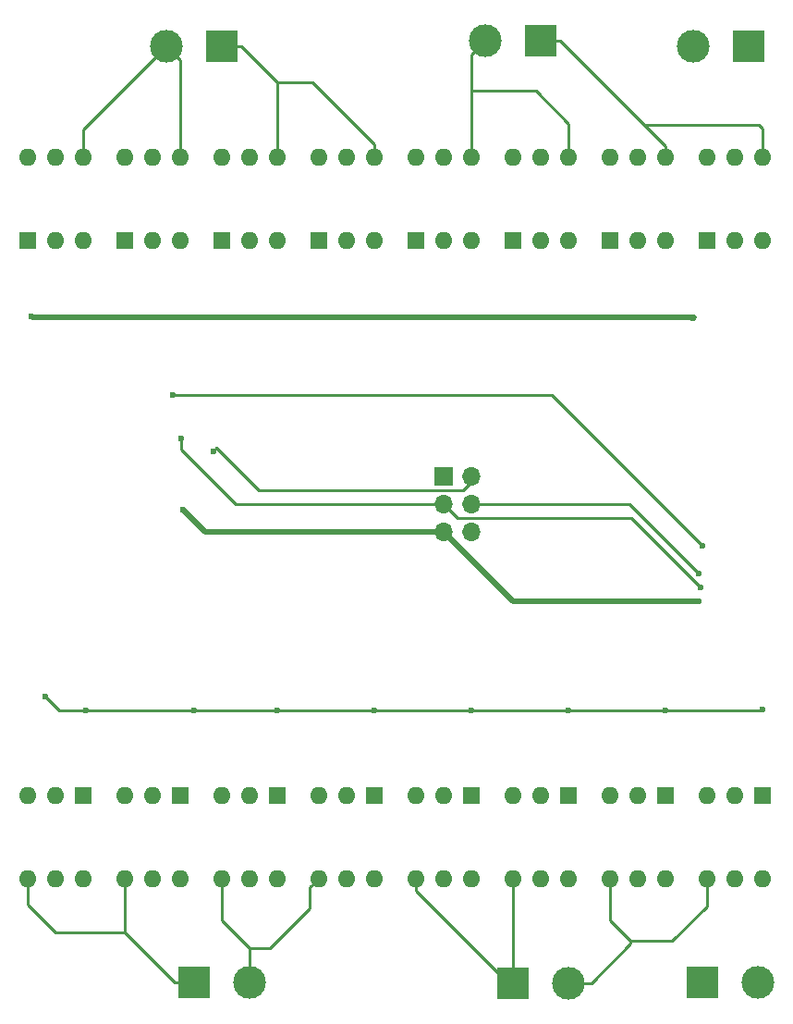
<source format=gbl>
G04 #@! TF.GenerationSoftware,KiCad,Pcbnew,5.0.2-bee76a0~70~ubuntu18.04.1*
G04 #@! TF.CreationDate,2018-12-21T13:31:27+01:00*
G04 #@! TF.ProjectId,8FilPilotes_Base,3846696c-5069-46c6-9f74-65735f426173,rev?*
G04 #@! TF.SameCoordinates,Original*
G04 #@! TF.FileFunction,Copper,L2,Bot*
G04 #@! TF.FilePolarity,Positive*
%FSLAX46Y46*%
G04 Gerber Fmt 4.6, Leading zero omitted, Abs format (unit mm)*
G04 Created by KiCad (PCBNEW 5.0.2-bee76a0~70~ubuntu18.04.1) date ven. 21 déc. 2018 13:31:27 CET*
%MOMM*%
%LPD*%
G01*
G04 APERTURE LIST*
G04 #@! TA.AperFunction,ComponentPad*
%ADD10R,3.000000X3.000000*%
G04 #@! TD*
G04 #@! TA.AperFunction,ComponentPad*
%ADD11C,3.000000*%
G04 #@! TD*
G04 #@! TA.AperFunction,ComponentPad*
%ADD12O,1.600000X1.600000*%
G04 #@! TD*
G04 #@! TA.AperFunction,ComponentPad*
%ADD13R,1.600000X1.600000*%
G04 #@! TD*
G04 #@! TA.AperFunction,ComponentPad*
%ADD14R,1.700000X1.700000*%
G04 #@! TD*
G04 #@! TA.AperFunction,ComponentPad*
%ADD15O,1.700000X1.700000*%
G04 #@! TD*
G04 #@! TA.AperFunction,ViaPad*
%ADD16C,0.600000*%
G04 #@! TD*
G04 #@! TA.AperFunction,Conductor*
%ADD17C,0.250000*%
G04 #@! TD*
G04 #@! TA.AperFunction,Conductor*
%ADD18C,0.500000*%
G04 #@! TD*
G04 APERTURE END LIST*
D10*
G04 #@! TO.P,P9,1*
G04 #@! TO.N,/PH_IN*
X198120000Y-53340000D03*
D11*
G04 #@! TO.P,P9,2*
X193040000Y-53340000D03*
G04 #@! TD*
D10*
G04 #@! TO.P,P7,1*
G04 #@! TO.N,/FP5*
X147320000Y-139065000D03*
D11*
G04 #@! TO.P,P7,2*
G04 #@! TO.N,/FP6*
X152400000Y-139065000D03*
G04 #@! TD*
D12*
G04 #@! TO.P,U15,6*
G04 #@! TO.N,Net-(D11-Pad1)*
X154940000Y-129540000D03*
G04 #@! TO.P,U15,3*
G04 #@! TO.N,N/C*
X149860000Y-121920000D03*
G04 #@! TO.P,U15,5*
X152400000Y-129540000D03*
G04 #@! TO.P,U15,2*
G04 #@! TO.N,Net-(D27-Pad2)*
X152400000Y-121920000D03*
G04 #@! TO.P,U15,4*
G04 #@! TO.N,/FP6*
X149860000Y-129540000D03*
D13*
G04 #@! TO.P,U15,1*
G04 #@! TO.N,Net-(R11-Pad1)*
X154940000Y-121920000D03*
G04 #@! TD*
G04 #@! TO.P,U16,1*
G04 #@! TO.N,Net-(R12-Pad1)*
X163830000Y-121920000D03*
D12*
G04 #@! TO.P,U16,4*
G04 #@! TO.N,/FP6*
X158750000Y-129540000D03*
G04 #@! TO.P,U16,2*
G04 #@! TO.N,Net-(D28-Pad2)*
X161290000Y-121920000D03*
G04 #@! TO.P,U16,5*
G04 #@! TO.N,N/C*
X161290000Y-129540000D03*
G04 #@! TO.P,U16,3*
X158750000Y-121920000D03*
G04 #@! TO.P,U16,6*
G04 #@! TO.N,Net-(D12-Pad2)*
X163830000Y-129540000D03*
G04 #@! TD*
G04 #@! TO.P,U17,6*
G04 #@! TO.N,Net-(D13-Pad1)*
X172720000Y-129540000D03*
G04 #@! TO.P,U17,3*
G04 #@! TO.N,N/C*
X167640000Y-121920000D03*
G04 #@! TO.P,U17,5*
X170180000Y-129540000D03*
G04 #@! TO.P,U17,2*
G04 #@! TO.N,Net-(D29-Pad2)*
X170180000Y-121920000D03*
G04 #@! TO.P,U17,4*
G04 #@! TO.N,/FP7*
X167640000Y-129540000D03*
D13*
G04 #@! TO.P,U17,1*
G04 #@! TO.N,Net-(R13-Pad1)*
X172720000Y-121920000D03*
G04 #@! TD*
G04 #@! TO.P,U18,1*
G04 #@! TO.N,Net-(R14-Pad1)*
X181610000Y-121920000D03*
D12*
G04 #@! TO.P,U18,4*
G04 #@! TO.N,/FP7*
X176530000Y-129540000D03*
G04 #@! TO.P,U18,2*
G04 #@! TO.N,Net-(D30-Pad2)*
X179070000Y-121920000D03*
G04 #@! TO.P,U18,5*
G04 #@! TO.N,N/C*
X179070000Y-129540000D03*
G04 #@! TO.P,U18,3*
X176530000Y-121920000D03*
G04 #@! TO.P,U18,6*
G04 #@! TO.N,Net-(D14-Pad2)*
X181610000Y-129540000D03*
G04 #@! TD*
D13*
G04 #@! TO.P,U19,1*
G04 #@! TO.N,Net-(R15-Pad1)*
X190500000Y-121920000D03*
D12*
G04 #@! TO.P,U19,4*
G04 #@! TO.N,/FP8*
X185420000Y-129540000D03*
G04 #@! TO.P,U19,2*
G04 #@! TO.N,Net-(D31-Pad2)*
X187960000Y-121920000D03*
G04 #@! TO.P,U19,5*
G04 #@! TO.N,N/C*
X187960000Y-129540000D03*
G04 #@! TO.P,U19,3*
X185420000Y-121920000D03*
G04 #@! TO.P,U19,6*
G04 #@! TO.N,Net-(D15-Pad1)*
X190500000Y-129540000D03*
G04 #@! TD*
G04 #@! TO.P,U20,6*
G04 #@! TO.N,Net-(D16-Pad2)*
X199390000Y-129540000D03*
G04 #@! TO.P,U20,3*
G04 #@! TO.N,N/C*
X194310000Y-121920000D03*
G04 #@! TO.P,U20,5*
X196850000Y-129540000D03*
G04 #@! TO.P,U20,2*
G04 #@! TO.N,Net-(D32-Pad2)*
X196850000Y-121920000D03*
G04 #@! TO.P,U20,4*
G04 #@! TO.N,/FP8*
X194310000Y-129540000D03*
D13*
G04 #@! TO.P,U20,1*
G04 #@! TO.N,Net-(R16-Pad1)*
X199390000Y-121920000D03*
G04 #@! TD*
D12*
G04 #@! TO.P,U12,6*
G04 #@! TO.N,Net-(D8-Pad2)*
X132080000Y-63500000D03*
G04 #@! TO.P,U12,3*
G04 #@! TO.N,N/C*
X137160000Y-71120000D03*
G04 #@! TO.P,U12,5*
X134620000Y-63500000D03*
G04 #@! TO.P,U12,2*
G04 #@! TO.N,Net-(D24-Pad2)*
X134620000Y-71120000D03*
G04 #@! TO.P,U12,4*
G04 #@! TO.N,/FP4*
X137160000Y-63500000D03*
D13*
G04 #@! TO.P,U12,1*
G04 #@! TO.N,Net-(R8-Pad1)*
X132080000Y-71120000D03*
G04 #@! TD*
G04 #@! TO.P,U13,1*
G04 #@! TO.N,Net-(R9-Pad1)*
X137160000Y-121920000D03*
D12*
G04 #@! TO.P,U13,4*
G04 #@! TO.N,/FP5*
X132080000Y-129540000D03*
G04 #@! TO.P,U13,2*
G04 #@! TO.N,Net-(D25-Pad2)*
X134620000Y-121920000D03*
G04 #@! TO.P,U13,5*
G04 #@! TO.N,N/C*
X134620000Y-129540000D03*
G04 #@! TO.P,U13,3*
X132080000Y-121920000D03*
G04 #@! TO.P,U13,6*
G04 #@! TO.N,Net-(D9-Pad1)*
X137160000Y-129540000D03*
G04 #@! TD*
G04 #@! TO.P,U14,6*
G04 #@! TO.N,Net-(D10-Pad2)*
X146050000Y-129540000D03*
G04 #@! TO.P,U14,3*
G04 #@! TO.N,N/C*
X140970000Y-121920000D03*
G04 #@! TO.P,U14,5*
X143510000Y-129540000D03*
G04 #@! TO.P,U14,2*
G04 #@! TO.N,Net-(D26-Pad2)*
X143510000Y-121920000D03*
G04 #@! TO.P,U14,4*
G04 #@! TO.N,/FP5*
X140970000Y-129540000D03*
D13*
G04 #@! TO.P,U14,1*
G04 #@! TO.N,Net-(R10-Pad1)*
X146050000Y-121920000D03*
G04 #@! TD*
D11*
G04 #@! TO.P,P8,2*
G04 #@! TO.N,/FP8*
X181610000Y-139128500D03*
D10*
G04 #@! TO.P,P8,1*
G04 #@! TO.N,/FP7*
X176530000Y-139128500D03*
G04 #@! TD*
D12*
G04 #@! TO.P,U6,6*
G04 #@! TO.N,Net-(D2-Pad2)*
X185420000Y-63500000D03*
G04 #@! TO.P,U6,3*
G04 #@! TO.N,N/C*
X190500000Y-71120000D03*
G04 #@! TO.P,U6,5*
X187960000Y-63500000D03*
G04 #@! TO.P,U6,2*
G04 #@! TO.N,Net-(D18-Pad2)*
X187960000Y-71120000D03*
G04 #@! TO.P,U6,4*
G04 #@! TO.N,/FP1*
X190500000Y-63500000D03*
D13*
G04 #@! TO.P,U6,1*
G04 #@! TO.N,Net-(R2-Pad1)*
X185420000Y-71120000D03*
G04 #@! TD*
D12*
G04 #@! TO.P,U7,6*
G04 #@! TO.N,Net-(D3-Pad1)*
X176530000Y-63500000D03*
G04 #@! TO.P,U7,3*
G04 #@! TO.N,N/C*
X181610000Y-71120000D03*
G04 #@! TO.P,U7,5*
X179070000Y-63500000D03*
G04 #@! TO.P,U7,2*
G04 #@! TO.N,Net-(D19-Pad2)*
X179070000Y-71120000D03*
G04 #@! TO.P,U7,4*
G04 #@! TO.N,/FP2*
X181610000Y-63500000D03*
D13*
G04 #@! TO.P,U7,1*
G04 #@! TO.N,Net-(R3-Pad1)*
X176530000Y-71120000D03*
G04 #@! TD*
G04 #@! TO.P,U5,1*
G04 #@! TO.N,Net-(R1-Pad1)*
X194310000Y-71120000D03*
D12*
G04 #@! TO.P,U5,4*
G04 #@! TO.N,/FP1*
X199390000Y-63500000D03*
G04 #@! TO.P,U5,2*
G04 #@! TO.N,Net-(D17-Pad2)*
X196850000Y-71120000D03*
G04 #@! TO.P,U5,5*
G04 #@! TO.N,N/C*
X196850000Y-63500000D03*
G04 #@! TO.P,U5,3*
X199390000Y-71120000D03*
G04 #@! TO.P,U5,6*
G04 #@! TO.N,Net-(D1-Pad1)*
X194310000Y-63500000D03*
G04 #@! TD*
D11*
G04 #@! TO.P,P6,2*
G04 #@! TO.N,/FP4*
X144780000Y-53340000D03*
D10*
G04 #@! TO.P,P6,1*
G04 #@! TO.N,/FP3*
X149860000Y-53340000D03*
G04 #@! TD*
G04 #@! TO.P,P5,1*
G04 #@! TO.N,/FP1*
X179070000Y-52832000D03*
D11*
G04 #@! TO.P,P5,2*
G04 #@! TO.N,/FP2*
X173990000Y-52832000D03*
G04 #@! TD*
D12*
G04 #@! TO.P,U9,6*
G04 #@! TO.N,Net-(D5-Pad1)*
X158750000Y-63500000D03*
G04 #@! TO.P,U9,3*
G04 #@! TO.N,N/C*
X163830000Y-71120000D03*
G04 #@! TO.P,U9,5*
X161290000Y-63500000D03*
G04 #@! TO.P,U9,2*
G04 #@! TO.N,Net-(D21-Pad2)*
X161290000Y-71120000D03*
G04 #@! TO.P,U9,4*
G04 #@! TO.N,/FP3*
X163830000Y-63500000D03*
D13*
G04 #@! TO.P,U9,1*
G04 #@! TO.N,Net-(R5-Pad1)*
X158750000Y-71120000D03*
G04 #@! TD*
G04 #@! TO.P,U11,1*
G04 #@! TO.N,Net-(R7-Pad1)*
X140970000Y-71120000D03*
D12*
G04 #@! TO.P,U11,4*
G04 #@! TO.N,/FP4*
X146050000Y-63500000D03*
G04 #@! TO.P,U11,2*
G04 #@! TO.N,Net-(D23-Pad2)*
X143510000Y-71120000D03*
G04 #@! TO.P,U11,5*
G04 #@! TO.N,N/C*
X143510000Y-63500000D03*
G04 #@! TO.P,U11,3*
X146050000Y-71120000D03*
G04 #@! TO.P,U11,6*
G04 #@! TO.N,Net-(D7-Pad1)*
X140970000Y-63500000D03*
G04 #@! TD*
D13*
G04 #@! TO.P,U10,1*
G04 #@! TO.N,Net-(R6-Pad1)*
X149860000Y-71120000D03*
D12*
G04 #@! TO.P,U10,4*
G04 #@! TO.N,/FP3*
X154940000Y-63500000D03*
G04 #@! TO.P,U10,2*
G04 #@! TO.N,Net-(D22-Pad2)*
X152400000Y-71120000D03*
G04 #@! TO.P,U10,5*
G04 #@! TO.N,N/C*
X152400000Y-63500000D03*
G04 #@! TO.P,U10,3*
X154940000Y-71120000D03*
G04 #@! TO.P,U10,6*
G04 #@! TO.N,Net-(D6-Pad2)*
X149860000Y-63500000D03*
G04 #@! TD*
D13*
G04 #@! TO.P,U8,1*
G04 #@! TO.N,Net-(R4-Pad1)*
X167640000Y-71120000D03*
D12*
G04 #@! TO.P,U8,4*
G04 #@! TO.N,/FP2*
X172720000Y-63500000D03*
G04 #@! TO.P,U8,2*
G04 #@! TO.N,Net-(D20-Pad2)*
X170180000Y-71120000D03*
G04 #@! TO.P,U8,5*
G04 #@! TO.N,N/C*
X170180000Y-63500000D03*
G04 #@! TO.P,U8,3*
X172720000Y-71120000D03*
G04 #@! TO.P,U8,6*
G04 #@! TO.N,Net-(D4-Pad2)*
X167640000Y-63500000D03*
G04 #@! TD*
D14*
G04 #@! TO.P,J1,1*
G04 #@! TO.N,/5V*
X170180000Y-92710000D03*
D15*
G04 #@! TO.P,J1,2*
G04 #@! TO.N,/SER*
X172720000Y-92710000D03*
G04 #@! TO.P,J1,3*
G04 #@! TO.N,/SRCLK*
X170180000Y-95250000D03*
G04 #@! TO.P,J1,4*
G04 #@! TO.N,/RCLK*
X172720000Y-95250000D03*
G04 #@! TO.P,J1,5*
G04 #@! TO.N,VCC*
X170180000Y-97790000D03*
G04 #@! TO.P,J1,6*
G04 #@! TO.N,GND*
X172720000Y-97790000D03*
G04 #@! TD*
D10*
G04 #@! TO.P,P1,1*
G04 #@! TO.N,/PH_IN*
X193929000Y-139065000D03*
D11*
G04 #@! TO.P,P1,2*
X199009000Y-139065000D03*
G04 #@! TD*
D16*
G04 #@! TO.N,/SRCLK*
X146177000Y-89281000D03*
X193738500Y-102870000D03*
G04 #@! TO.N,/RCLK*
X193548000Y-101600000D03*
G04 #@! TO.N,/SER*
X149098000Y-90424000D03*
G04 #@! TO.N,/5V*
X185420000Y-78168500D03*
X176657000Y-78168500D03*
X167640000Y-78168500D03*
X158686500Y-78168500D03*
X149860000Y-78168500D03*
X140970000Y-78168500D03*
X132461000Y-78105000D03*
X193040000Y-78231998D03*
G04 #@! TO.N,VCC*
X146304000Y-95758000D03*
X193548000Y-104140000D03*
G04 #@! TO.N,Net-(U3-Pad9)*
X193865500Y-99060000D03*
X145415000Y-85280500D03*
G04 #@! TO.N,/5V*
X133731000Y-112903000D03*
X172720000Y-114173000D03*
X181610000Y-114173008D03*
X190500000Y-114173000D03*
X199390000Y-114046000D03*
X137414000Y-114173000D03*
X147320000Y-114173000D03*
X154940000Y-114173000D03*
X163830000Y-114190499D03*
G04 #@! TD*
D17*
G04 #@! TO.N,/SRCLK*
X146177000Y-89281000D02*
X146177000Y-90294456D01*
X146177000Y-90294456D02*
X151132544Y-95250000D01*
X168977919Y-95250000D02*
X170180000Y-95250000D01*
X167640000Y-95250000D02*
X168977919Y-95250000D01*
X151132544Y-95250000D02*
X167640000Y-95250000D01*
X187388500Y-96520000D02*
X193738500Y-102870000D01*
X170180000Y-95250000D02*
X171450000Y-96520000D01*
X171450000Y-96520000D02*
X187388500Y-96520000D01*
G04 #@! TO.N,/RCLK*
X193248001Y-101300001D02*
X193548000Y-101600000D01*
X172720000Y-95250000D02*
X187198000Y-95250000D01*
X187198000Y-95250000D02*
X193248001Y-101300001D01*
G04 #@! TO.N,/SER*
X149397999Y-90124001D02*
X149098000Y-90424000D01*
X153253998Y-93980000D02*
X149397999Y-90124001D01*
X171958000Y-93980000D02*
X153253998Y-93980000D01*
X172720000Y-92710000D02*
X172720000Y-93218000D01*
X172720000Y-93218000D02*
X171958000Y-93980000D01*
D18*
G04 #@! TO.N,/5V*
X185420000Y-78168500D02*
X185844264Y-78168500D01*
X185844264Y-78168500D02*
X193103500Y-78168500D01*
X176657000Y-78168500D02*
X177292000Y-78168500D01*
X177292000Y-78168500D02*
X185420000Y-78168500D01*
X167640000Y-78168500D02*
X177292000Y-78168500D01*
X158686500Y-78168500D02*
X167640000Y-78168500D01*
X149860000Y-78168500D02*
X158686500Y-78168500D01*
X140970000Y-78168500D02*
X149860000Y-78168500D01*
X140970000Y-78168500D02*
X132524500Y-78168500D01*
X132524500Y-78168500D02*
X132461000Y-78105000D01*
X193040002Y-78231998D02*
X193040000Y-78231998D01*
X193103500Y-78168500D02*
X193040002Y-78231998D01*
G04 #@! TO.N,VCC*
X170180000Y-97790000D02*
X148336000Y-97790000D01*
X148336000Y-97790000D02*
X146304000Y-95758000D01*
X170180000Y-97790000D02*
X176530000Y-104140000D01*
X176530000Y-104140000D02*
X193548000Y-104140000D01*
D17*
G04 #@! TO.N,/FP1*
X190500000Y-62512000D02*
X190500000Y-63500000D01*
X179070000Y-52832000D02*
X180820000Y-52832000D01*
X180820000Y-52832000D02*
X187678000Y-59690000D01*
X187678000Y-59690000D02*
X190500000Y-62512000D01*
X188567000Y-60579000D02*
X187678000Y-59690000D01*
X199072500Y-60579000D02*
X188567000Y-60579000D01*
X199390000Y-63500000D02*
X199390000Y-60896500D01*
X199390000Y-60896500D02*
X199072500Y-60579000D01*
G04 #@! TO.N,/FP2*
X173990000Y-52832000D02*
X172720000Y-54102000D01*
X181610000Y-60452000D02*
X178625500Y-57467500D01*
X178625500Y-57467500D02*
X172720000Y-57467500D01*
X181610000Y-63500000D02*
X181610000Y-60452000D01*
X172720000Y-54102000D02*
X172720000Y-57467500D01*
X172720000Y-57467500D02*
X172720000Y-63500000D01*
G04 #@! TO.N,/FP3*
X151610000Y-53340000D02*
X149860000Y-53340000D01*
X154940000Y-56670000D02*
X151610000Y-53340000D01*
X154940000Y-63500000D02*
X154940000Y-56670000D01*
X158131370Y-56670000D02*
X154940000Y-56670000D01*
X163830000Y-62368630D02*
X158131370Y-56670000D01*
X163830000Y-63500000D02*
X163830000Y-62368630D01*
G04 #@! TO.N,/FP4*
X137160000Y-60960000D02*
X144780000Y-53340000D01*
X137160000Y-63500000D02*
X137160000Y-60960000D01*
X146050000Y-54610000D02*
X144780000Y-53340000D01*
X146050000Y-63500000D02*
X146050000Y-54610000D01*
G04 #@! TO.N,/FP5*
X140970000Y-129540000D02*
X140970000Y-134465000D01*
X145570000Y-139065000D02*
X147320000Y-139065000D01*
X140970000Y-134465000D02*
X145570000Y-139065000D01*
X134620000Y-134465000D02*
X140970000Y-134465000D01*
X132080000Y-129540000D02*
X132080000Y-131925000D01*
X132080000Y-131925000D02*
X134620000Y-134465000D01*
G04 #@! TO.N,/FP6*
X149860000Y-129540000D02*
X149860000Y-133350000D01*
X149860000Y-133350000D02*
X152400000Y-135890000D01*
X157950001Y-130339999D02*
X157950001Y-132244999D01*
X158750000Y-129540000D02*
X157950001Y-130339999D01*
X157950001Y-132244999D02*
X154305000Y-135890000D01*
X154305000Y-135890000D02*
X153035000Y-135890000D01*
X153035000Y-135890000D02*
X152400000Y-135890000D01*
X152400000Y-135890000D02*
X152400000Y-139065000D01*
G04 #@! TO.N,/FP7*
X167640000Y-130671370D02*
X176033630Y-139065000D01*
X167640000Y-129540000D02*
X167640000Y-130671370D01*
X176530000Y-129540000D02*
X176530000Y-130671370D01*
X176530000Y-130671370D02*
X176530000Y-139065000D01*
G04 #@! TO.N,/FP8*
X180495000Y-139065000D02*
X182245000Y-139065000D01*
X185420000Y-129540000D02*
X185420000Y-133350000D01*
X185420000Y-133350000D02*
X187325000Y-135255000D01*
X191135000Y-135255000D02*
X187325000Y-135255000D01*
X194310000Y-129540000D02*
X194310000Y-132080000D01*
X194310000Y-132080000D02*
X191135000Y-135255000D01*
X187325000Y-135534820D02*
X187325000Y-135255000D01*
X183731320Y-139128500D02*
X187325000Y-135534820D01*
X181610000Y-139128500D02*
X183731320Y-139128500D01*
G04 #@! TO.N,Net-(U3-Pad9)*
X193865500Y-99060000D02*
X180086000Y-85280500D01*
X145839264Y-85280500D02*
X145415000Y-85280500D01*
X180086000Y-85280500D02*
X145839264Y-85280500D01*
G04 #@! TO.N,/5V*
X181609992Y-114173000D02*
X181610000Y-114173008D01*
X172720000Y-114173000D02*
X181609992Y-114173000D01*
X181610000Y-114173008D02*
X190499992Y-114173008D01*
X190499992Y-114173008D02*
X190500000Y-114173000D01*
X199263000Y-114173000D02*
X199390000Y-114046000D01*
X190500000Y-114173000D02*
X199263000Y-114173000D01*
X135001000Y-114173000D02*
X133731000Y-112903000D01*
X137414000Y-114173000D02*
X135001000Y-114173000D01*
X147320000Y-114173000D02*
X137414000Y-114173000D01*
X172720000Y-114173000D02*
X154940000Y-114173000D01*
X154940000Y-114173000D02*
X147320000Y-114173000D01*
G04 #@! TD*
M02*

</source>
